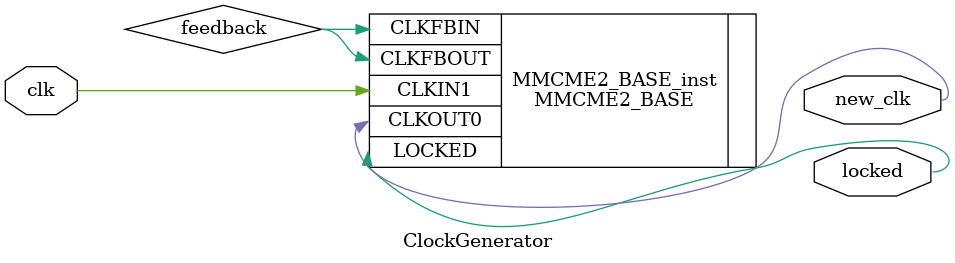
<source format=v>
module ClockGenerator (
    input clk,                    // Input clock (100 MHz)
    output new_clk,               // Output clock (5 MHz)
    output locked                 // LOCK signal to indicate the MMCM has locked
);
    wire feedback;
    
    MMCME2_BASE #(
   .CLKFBOUT_MULT_F(6.0),        // Multiply input clock by 6
   .CLKIN1_PERIOD(10.0),         // Input clock period for 100 MHz clock
   .CLKOUT0_DIVIDE_F(24.0),      // Divide output clock by 24 to achieve 25 MHz
   .DIVCLK_DIVIDE(1.0)           // Input clock is divided by 1 (no additional division)
    )
    MMCME2_BASE_inst (
    .CLKOUT0(new_clk),            // Output clock at 25 MHz
    .CLKFBOUT(feedback),          // feedback clock
    .CLKIN1(clk),                 // Input clock (100 MHz)
    .CLKFBIN(feedback),           // Feedback clock input
    .LOCKED(locked)               // Locked signal indicating stable output
    );

endmodule
</source>
